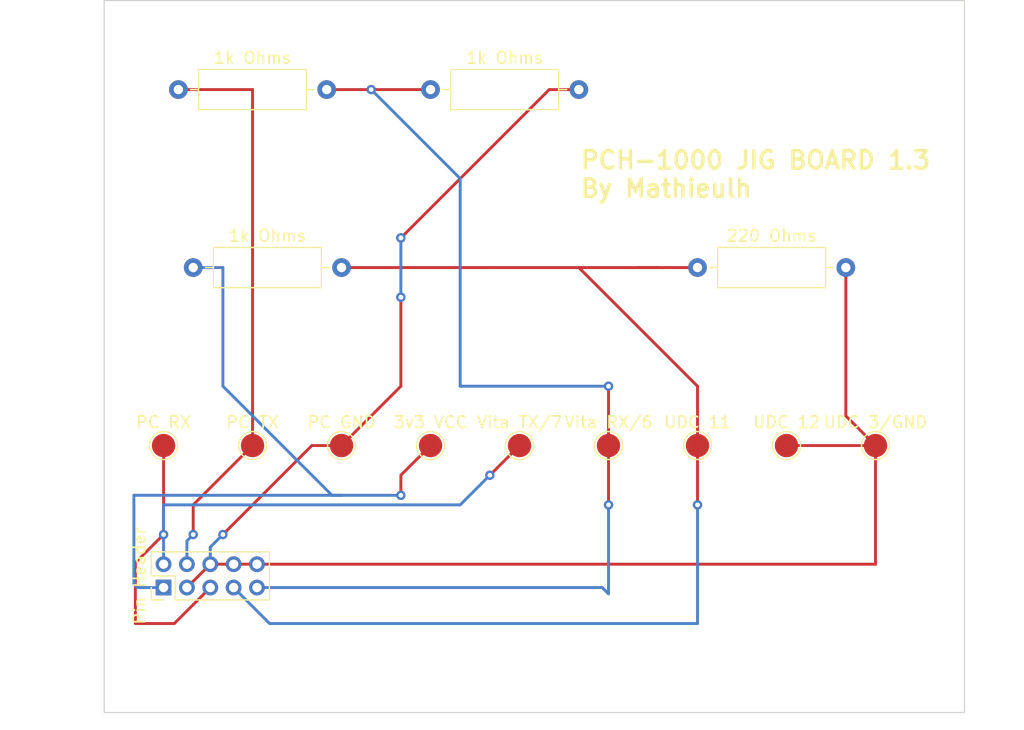
<source format=kicad_pcb>
(kicad_pcb (version 20221018) (generator pcbnew)
  (layers (0 "F.Cu" signal) (31 "B.Cu" signal) (34 "B.Paste" user) (35 "F.Paste" user) (36 "B.SilkS" user "B.Silkscreen") (37 "F.SilkS" user "F.Silkscreen") (38 "B.Mask" user) (39 "F.Mask" user) (44 "Edge.Cuts" user))
  (net 0 "")
  (footprint "Resistor_THT:R_Axial_DIN0309_L9.0mm_D3.2mm_P12.70mm_Horizontal" (layer "F.Cu") (at 27.94 36.38)
    (fp_text reference "1k Ohms" (at 6.35 -2.72) (layer "F.SilkS"))
    (fp_text value "R_Axial_DIN0309_L9.0mm_D3.2mm_P12.70mm_Horizontal")
    (fp_line (start 1.04 0) (end 1.73 0) (stroke (width 0.12)) (layer "F.SilkS"))
    (fp_line (start 1.73 -1.72) (end 1.73 1.72) (stroke (width 0.12)) (layer "F.SilkS"))
    (fp_line (start 1.73 1.72) (end 10.97 1.72) (stroke (width 0.12)) (layer "F.SilkS"))
    (fp_line (start 10.97 -1.72) (end 1.73 -1.72) (stroke (width 0.12)) (layer "F.SilkS"))
    (fp_line (start 10.97 1.72) (end 10.97 -1.72) (stroke (width 0.12)) (layer "F.SilkS"))
    (fp_line (start 11.66 0) (end 10.97 0) (stroke (width 0.12)) (layer "F.SilkS"))
    (pad "1" thru_hole circle (at 0 0) (size 1.6 1.6) (drill 0.8) (layers "*.Cu" "*.Mask"))
    (pad "2" thru_hole oval (at 12.7 0) (size 1.6 1.6) (drill 0.8) (layers "*.Cu" "*.Mask"))
  )
  (footprint "Connector_PinHeader_2.00mm:PinHeader_2x05_P2.00mm_Vertical" (layer "F.Cu") (at 25.4 63.78 90)
    (fp_text reference "Pin Header" (at 1 -2.06 90) (layer "F.SilkS"))
    (fp_text value "PinHeader_2x05_P2.00mm_Vertical")
    (fp_line (start -1.06 -1.06) (end 0 -1.06) (stroke (width 0.12)) (layer "F.SilkS"))
    (fp_line (start -1.06 0) (end -1.06 -1.06) (stroke (width 0.12)) (layer "F.SilkS"))
    (fp_line (start -1.06 1) (end -1.06 9.06) (stroke (width 0.12)) (layer "F.SilkS"))
    (fp_line (start -1.06 1) (end 1 1) (stroke (width 0.12)) (layer "F.SilkS"))
    (fp_line (start -1.06 9.06) (end 3.06 9.06) (stroke (width 0.12)) (layer "F.SilkS"))
    (fp_line (start 1 -1.06) (end 3.06 -1.06) (stroke (width 0.12)) (layer "F.SilkS"))
    (fp_line (start 1 1) (end 1 -1.06) (stroke (width 0.12)) (layer "F.SilkS"))
    (fp_line (start 3.06 -1.06) (end 3.06 9.06) (stroke (width 0.12)) (layer "F.SilkS"))
    (pad "1" thru_hole rect (at 0 0 90) (size 1.35 1.35) (drill 0.8) (layers "*.Cu" "*.Mask"))
    (pad "2" thru_hole oval (at 2 0 90) (size 1.35 1.35) (drill 0.8) (layers "*.Cu" "*.Mask"))
    (pad "3" thru_hole oval (at 0 2 90) (size 1.35 1.35) (drill 0.8) (layers "*.Cu" "*.Mask"))
    (pad "4" thru_hole oval (at 2 2 90) (size 1.35 1.35) (drill 0.8) (layers "*.Cu" "*.Mask"))
    (pad "5" thru_hole oval (at 0 4 90) (size 1.35 1.35) (drill 0.8) (layers "*.Cu" "*.Mask"))
    (pad "6" thru_hole oval (at 2 4 90) (size 1.35 1.35) (drill 0.8) (layers "*.Cu" "*.Mask"))
    (pad "7" thru_hole oval (at 0 6 90) (size 1.35 1.35) (drill 0.8) (layers "*.Cu" "*.Mask"))
    (pad "8" thru_hole oval (at 2 6 90) (size 1.35 1.35) (drill 0.8) (layers "*.Cu" "*.Mask"))
    (pad "9" thru_hole oval (at 0 8 90) (size 1.35 1.35) (drill 0.8) (layers "*.Cu" "*.Mask"))
    (pad "10" thru_hole oval (at 2 8 90) (size 1.35 1.35) (drill 0.8) (layers "*.Cu" "*.Mask"))
  )
  (footprint "Resistor_THT:R_Axial_DIN0309_L9.0mm_D3.2mm_P12.70mm_Horizontal" (layer "F.Cu") (at 26.67 21.14)
    (fp_text reference "1k Ohms" (at 6.35 -2.72) (layer "F.SilkS"))
    (fp_text value "R_Axial_DIN0309_L9.0mm_D3.2mm_P12.70mm_Horizontal")
    (fp_line (start 1.04 0) (end 1.73 0) (stroke (width 0.12)) (layer "F.SilkS"))
    (fp_line (start 1.73 -1.72) (end 1.73 1.72) (stroke (width 0.12)) (layer "F.SilkS"))
    (fp_line (start 1.73 1.72) (end 10.97 1.72) (stroke (width 0.12)) (layer "F.SilkS"))
    (fp_line (start 10.97 -1.72) (end 1.73 -1.72) (stroke (width 0.12)) (layer "F.SilkS"))
    (fp_line (start 10.97 1.72) (end 10.97 -1.72) (stroke (width 0.12)) (layer "F.SilkS"))
    (fp_line (start 11.66 0) (end 10.97 0) (stroke (width 0.12)) (layer "F.SilkS"))
    (pad "1" thru_hole circle (at 0 0) (size 1.6 1.6) (drill 0.8) (layers "*.Cu" "*.Mask"))
    (pad "2" thru_hole oval (at 12.7 0) (size 1.6 1.6) (drill 0.8) (layers "*.Cu" "*.Mask"))
  )
  (footprint "TestPoint:TestPoint_Pad_D2.0mm" (layer "F.Cu") (at 55.88 51.62)
    (fp_text reference "Vita TX/7" (at 0 -1.998) (layer "F.SilkS"))
    (fp_text value "TestPoint_Pad_D2.0mm")
    (fp_circle (center 0 0) (end 0 1.2) (stroke (width 0.12)) (fill none) (layer "F.SilkS"))
    (pad "1" smd circle (at 0 0) (size 2 2) (layers "F.Cu" "F.Mask"))
  )
  (footprint "TestPoint:TestPoint_Pad_D2.0mm" (layer "F.Cu") (at 48.26 51.62)
    (fp_text reference "3v3 VCC" (at 0 -1.998) (layer "F.SilkS"))
    (fp_text value "TestPoint_Pad_D2.0mm")
    (fp_circle (center 0 0) (end 0 1.2) (stroke (width 0.12)) (fill none) (layer "F.SilkS"))
    (pad "1" smd circle (at 0 0) (size 2 2) (layers "F.Cu" "F.Mask"))
  )
  (footprint "TestPoint:TestPoint_Pad_D2.0mm" (layer "F.Cu") (at 25.4 51.62)
    (fp_text reference "PC RX" (at 0 -1.998) (layer "F.SilkS"))
    (fp_text value "TestPoint_Pad_D2.0mm")
    (fp_circle (center 0 0) (end 0 1.2) (stroke (width 0.12)) (fill none) (layer "F.SilkS"))
    (pad "1" smd circle (at 0 0) (size 2 2) (layers "F.Cu" "F.Mask"))
  )
  (footprint "TestPoint:TestPoint_Pad_D2.0mm" (layer "F.Cu") (at 78.74 51.62)
    (fp_text reference "UDC 12" (at 0 -1.998) (layer "F.SilkS"))
    (fp_text value "TestPoint_Pad_D2.0mm")
    (fp_circle (center 0 0) (end 0 1.2) (stroke (width 0.12)) (fill none) (layer "F.SilkS"))
    (pad "1" smd circle (at 0 0) (size 2 2) (layers "F.Cu" "F.Mask"))
  )
  (footprint "TestPoint:TestPoint_Pad_D2.0mm" (layer "F.Cu") (at 86.36 51.62)
    (fp_text reference "UDC 3/GND" (at 0 -1.998) (layer "F.SilkS"))
    (fp_text value "TestPoint_Pad_D2.0mm")
    (fp_circle (center 0 0) (end 0 1.2) (stroke (width 0.12)) (fill none) (layer "F.SilkS"))
    (pad "1" smd circle (at 0 0) (size 2 2) (layers "F.Cu" "F.Mask"))
  )
  (footprint "TestPoint:TestPoint_Pad_D2.0mm" (layer "F.Cu") (at 40.64 51.62)
    (fp_text reference "PC GND" (at 0 -1.998) (layer "F.SilkS"))
    (fp_text value "TestPoint_Pad_D2.0mm")
    (fp_circle (center 0 0) (end 0 1.2) (stroke (width 0.12)) (fill none) (layer "F.SilkS"))
    (pad "1" smd circle (at 0 0) (size 2 2) (layers "F.Cu" "F.Mask"))
  )
  (footprint "Resistor_THT:R_Axial_DIN0309_L9.0mm_D3.2mm_P12.70mm_Horizontal" (layer "F.Cu") (at 48.26 21.14)
    (fp_text reference "1k Ohms" (at 6.35 -2.72) (layer "F.SilkS"))
    (fp_text value "R_Axial_DIN0309_L9.0mm_D3.2mm_P12.70mm_Horizontal")
    (fp_line (start 1.04 0) (end 1.73 0) (stroke (width 0.12)) (layer "F.SilkS"))
    (fp_line (start 1.73 -1.72) (end 1.73 1.72) (stroke (width 0.12)) (layer "F.SilkS"))
    (fp_line (start 1.73 1.72) (end 10.97 1.72) (stroke (width 0.12)) (layer "F.SilkS"))
    (fp_line (start 10.97 -1.72) (end 1.73 -1.72) (stroke (width 0.12)) (layer "F.SilkS"))
    (fp_line (start 10.97 1.72) (end 10.97 -1.72) (stroke (width 0.12)) (layer "F.SilkS"))
    (fp_line (start 11.66 0) (end 10.97 0) (stroke (width 0.12)) (layer "F.SilkS"))
    (pad "1" thru_hole circle (at 0 0) (size 1.6 1.6) (drill 0.8) (layers "*.Cu" "*.Mask"))
    (pad "2" thru_hole oval (at 12.7 0) (size 1.6 1.6) (drill 0.8) (layers "*.Cu" "*.Mask"))
  )
  (footprint "TestPoint:TestPoint_Pad_D2.0mm" (layer "F.Cu") (at 71.12 51.62)
    (fp_text reference "UDC 11" (at 0 -1.998) (layer "F.SilkS"))
    (fp_text value "TestPoint_Pad_D2.0mm")
    (fp_circle (center 0 0) (end 0 1.2) (stroke (width 0.12)) (fill none) (layer "F.SilkS"))
    (pad "1" smd circle (at 0 0) (size 2 2) (layers "F.Cu" "F.Mask"))
  )
  (footprint "TestPoint:TestPoint_Pad_D2.0mm" (layer "F.Cu") (at 33.02 51.62)
    (fp_text reference "PC TX" (at 0 -1.998) (layer "F.SilkS"))
    (fp_text value "TestPoint_Pad_D2.0mm")
    (fp_circle (center 0 0) (end 0 1.2) (stroke (width 0.12)) (fill none) (layer "F.SilkS"))
    (pad "1" smd circle (at 0 0) (size 2 2) (layers "F.Cu" "F.Mask"))
  )
  (footprint "TestPoint:TestPoint_Pad_D2.0mm" (layer "F.Cu") (at 63.5 51.62)
    (fp_text reference "Vita RX/6" (at 0 -1.998) (layer "F.SilkS"))
    (fp_text value "TestPoint_Pad_D2.0mm")
    (fp_circle (center 0 0) (end 0 1.2) (stroke (width 0.12)) (fill none) (layer "F.SilkS"))
    (pad "1" smd circle (at 0 0) (size 2 2) (layers "F.Cu" "F.Mask"))
  )
  (footprint "Resistor_THT:R_Axial_DIN0309_L9.0mm_D3.2mm_P12.70mm_Horizontal" (layer "F.Cu") (at 71.12 36.38)
    (fp_text reference "220 Ohms" (at 6.35 -2.72) (layer "F.SilkS"))
    (fp_text value "R_Axial_DIN0309_L9.0mm_D3.2mm_P12.70mm_Horizontal")
    (fp_line (start 1.04 0) (end 1.73 0) (stroke (width 0.12)) (layer "F.SilkS"))
    (fp_line (start 1.73 -1.72) (end 1.73 1.72) (stroke (width 0.12)) (layer "F.SilkS"))
    (fp_line (start 1.73 1.72) (end 10.97 1.72) (stroke (width 0.12)) (layer "F.SilkS"))
    (fp_line (start 10.97 -1.72) (end 1.73 -1.72) (stroke (width 0.12)) (layer "F.SilkS"))
    (fp_line (start 10.97 1.72) (end 10.97 -1.72) (stroke (width 0.12)) (layer "F.SilkS"))
    (fp_line (start 11.66 0) (end 10.97 0) (stroke (width 0.12)) (layer "F.SilkS"))
    (pad "1" thru_hole circle (at 0 0) (size 1.6 1.6) (drill 0.8) (layers "*.Cu" "*.Mask"))
    (pad "2" thru_hole oval (at 12.7 0) (size 1.6 1.6) (drill 0.8) (layers "*.Cu" "*.Mask"))
  )
  (gr_rect (start 20.32 13.52) (end 93.98 74.48) (stroke (width 0.1)) (fill none) (layer "Edge.Cuts"))
  (gr_text "PCH-1000 JIG BOARD 1.3\nBy Mathieulh" (at 60.96 30.48) (layer "F.SilkS") (effects (font (size 1.5 1.5) (thickness 0.3) bold) (justify left bottom)))
  (segment (start 40.64 51.62) (end 45.72 46.54) (width 0.25) (layer "F.Cu") (net 0))
  (segment (start 58.42 21.14) (end 60.96 21.14) (width 0.25) (layer "F.Cu") (net 0))
  (segment (start 22.985 66.86) (end 26.32 66.86) (width 0.25) (layer "F.Cu") (net 0))
  (segment (start 25.4 56.7) (end 25.4 51.62) (width 0.25) (layer "F.Cu") (net 0))
  (segment (start 83.82 49.08) (end 86.36 51.62) (width 0.25) (layer "F.Cu") (net 0))
  (segment (start 27.94 56.7) (end 33.02 51.62) (width 0.25) (layer "F.Cu") (net 0))
  (segment (start 33.4 61.78) (end 31.4 61.78) (width 0.25) (layer "F.Cu") (net 0))
  (segment (start 43.18 21.14) (end 48.26 21.14) (width 0.25) (layer "F.Cu") (net 0))
  (segment (start 45.72 46.54) (end 45.72 38.92) (width 0.25) (layer "F.Cu") (net 0))
  (segment (start 45.72 55.88) (end 45.72 54.16) (width 0.25) (layer "F.Cu") (net 0))
  (segment (start 60.96 36.38) (end 67.76 36.38) (width 0.25) (layer "F.Cu") (net 0))
  (segment (start 25.4 59.24) (end 22.985 61.655) (width 0.25) (layer "F.Cu") (net 0))
  (segment (start 45.72 54.16) (end 48.26 51.62) (width 0.25) (layer "F.Cu") (net 0))
  (segment (start 45.72 33.84) (end 58.42 21.14) (width 0.25) (layer "F.Cu") (net 0))
  (segment (start 27.94 59.24) (end 27.94 56.7) (width 0.25) (layer "F.Cu") (net 0))
  (segment (start 22.985 61.655) (end 22.985 66.86) (width 0.25) (layer "F.Cu") (net 0))
  (segment (start 43.18 21.14) (end 39.37 21.14) (width 0.25) (layer "F.Cu") (net 0))
  (segment (start 38.1 51.62) (end 40.64 51.62) (width 0.25) (layer "F.Cu") (net 0))
  (segment (start 25.4 59.24) (end 25.4 56.7) (width 0.25) (layer "F.Cu") (net 0))
  (segment (start 78.74 51.62) (end 86.36 51.62) (width 0.25) (layer "F.Cu") (net 0))
  (segment (start 71.12 36.38) (end 68.58 36.38) (width 0.25) (layer "F.Cu") (net 0))
  (segment (start 53.34 54.16) (end 55.88 51.62) (width 0.25) (layer "F.Cu") (net 0))
  (segment (start 26.32 66.86) (end 29.4 63.78) (width 0.25) (layer "F.Cu") (net 0))
  (segment (start 40.64 36.38) (end 53.34 36.38) (width 0.25) (layer "F.Cu") (net 0))
  (segment (start 86.36 61.78) (end 33.4 61.78) (width 0.25) (layer "F.Cu") (net 0))
  (segment (start 27.4 63.78) (end 29.4 61.78) (width 0.25) (layer "F.Cu") (net 0))
  (segment (start 53.34 36.38) (end 60.96 36.38) (width 0.25) (layer "F.Cu") (net 0))
  (segment (start 66.04 36.38) (end 68.58 36.38) (width 0.25) (layer "F.Cu") (net 0))
  (segment (start 83.82 36.38) (end 83.82 49.08) (width 0.25) (layer "F.Cu") (net 0))
  (segment (start 63.5 56.7) (end 63.5 51.62) (width 0.25) (layer "F.Cu") (net 0))
  (segment (start 71.12 51.62) (end 71.12 46.54) (width 0.25) (layer "F.Cu") (net 0))
  (segment (start 63.5 46.54) (end 63.5 51.62) (width 0.25) (layer "F.Cu") (net 0))
  (segment (start 71.12 56.7) (end 71.12 51.62) (width 0.25) (layer "F.Cu") (net 0))
  (segment (start 71.12 46.54) (end 60.96 36.38) (width 0.25) (layer "F.Cu") (net 0))
  (segment (start 33.02 51.62) (end 33.02 21.14) (width 0.25) (layer "F.Cu") (net 0))
  (segment (start 33.02 21.14) (end 26.67 21.14) (width 0.25) (layer "F.Cu") (net 0))
  (segment (start 86.36 51.62) (end 86.36 61.78) (width 0.25) (layer "F.Cu") (net 0))
  (segment (start 30.48 59.24) (end 38.1 51.62) (width 0.25) (layer "F.Cu") (net 0))
  (segment (start 31.4 61.78) (end 29.4 61.78) (width 0.25) (layer "F.Cu") (net 0))
  (via (at 71.12 56.7) (size 0.8) (drill 0.4) (layers "F.Cu" "B.Cu") (net 0))
  (via (at 25.4 59.24) (size 0.8) (drill 0.4) (layers "F.Cu" "B.Cu") (net 0))
  (via (at 30.48 59.24) (size 0.8) (drill 0.4) (layers "F.Cu" "B.Cu") (net 0))
  (via (at 45.72 33.84) (size 0.8) (drill 0.4) (layers "F.Cu" "B.Cu") (net 0))
  (via (at 45.72 33.84) (size 0.8) (drill 0.4) (layers "F.Cu" "B.Cu") (net 0))
  (via (at 63.5 46.54) (size 0.8) (drill 0.4) (layers "F.Cu" "B.Cu") (net 0))
  (via (at 53.34 54.16) (size 0.8) (drill 0.4) (layers "F.Cu" "B.Cu") (net 0))
  (via (at 43.18 21.14) (size 0.8) (drill 0.4) (layers "F.Cu" "B.Cu") (net 0))
  (via (at 63.5 56.7) (size 0.8) (drill 0.4) (layers "F.Cu" "B.Cu") (net 0))
  (via (at 45.72 38.92) (size 0.8) (drill 0.4) (layers "F.Cu" "B.Cu") (net 0))
  (via (at 45.72 38.92) (size 0.8) (drill 0.4) (layers "F.Cu" "B.Cu") (net 0))
  (via (at 27.94 59.24) (size 0.8) (drill 0.4) (layers "F.Cu" "B.Cu") (net 0))
  (via (at 45.72 55.88) (size 0.8) (drill 0.4) (layers "F.Cu" "B.Cu") (net 0))
  (segment (start 27.94 36.38) (end 30.48 36.38) (width 0.25) (layer "B.Cu") (net 0))
  (segment (start 50.8 46.54) (end 63.5 46.54) (width 0.25) (layer "B.Cu") (net 0))
  (segment (start 40.64 55.88) (end 45.72 55.88) (width 0.25) (layer "B.Cu") (net 0))
  (segment (start 25.4 59.24) (end 25.4 56.7) (width 0.25) (layer "B.Cu") (net 0))
  (segment (start 30.48 46.54) (end 39.82 55.88) (width 0.25) (layer "B.Cu") (net 0))
  (segment (start 29.4 60.32) (end 29.4 61.78) (width 0.25) (layer "B.Cu") (net 0))
  (segment (start 63.5 64.32) (end 63.5 56.7) (width 0.25) (layer "B.Cu") (net 0))
  (segment (start 22.86 55.88) (end 40.64 55.88) (width 0.25) (layer "B.Cu") (net 0))
  (segment (start 25.4 63.78) (end 23.14 63.78) (width 0.25) (layer "B.Cu") (net 0))
  (segment (start 50.8 56.7) (end 53.34 54.16) (width 0.25) (layer "B.Cu") (net 0))
  (segment (start 71.12 66.86) (end 71.12 56.7) (width 0.25) (layer "B.Cu") (net 0))
  (segment (start 25.4 59.24) (end 25.4 61.78) (width 0.25) (layer "B.Cu") (net 0))
  (segment (start 23.14 63.78) (end 22.86 63.5) (width 0.25) (layer "B.Cu") (net 0))
  (segment (start 34.48 66.86) (end 31.4 63.78) (width 0.25) (layer "B.Cu") (net 0))
  (segment (start 50.8 28.76) (end 50.8 46.54) (width 0.25) (layer "B.Cu") (net 0))
  (segment (start 27.4 59.78) (end 27.4 61.78) (width 0.25) (layer "B.Cu") (net 0))
  (segment (start 22.86 63.5) (end 22.86 55.88) (width 0.25) (layer "B.Cu") (net 0))
  (segment (start 62.96 63.78) (end 33.4 63.78) (width 0.25) (layer "B.Cu") (net 0))
  (segment (start 71.12 66.86) (end 34.48 66.86) (width 0.25) (layer "B.Cu") (net 0))
  (segment (start 25.4 56.7) (end 50.8 56.7) (width 0.25) (layer "B.Cu") (net 0))
  (segment (start 30.48 36.38) (end 30.48 46.54) (width 0.25) (layer "B.Cu") (net 0))
  (segment (start 39.82 55.88) (end 40.64 55.88) (width 0.25) (layer "B.Cu") (net 0))
  (segment (start 27.94 59.24) (end 27.4 59.78) (width 0.25) (layer "B.Cu") (net 0))
  (segment (start 45.72 38.92) (end 45.72 33.84) (width 0.25) (layer "B.Cu") (net 0))
  (segment (start 30.48 59.24) (end 29.4 60.32) (width 0.25) (layer "B.Cu") (net 0))
  (segment (start 62.96 63.78) (end 63.5 64.32) (width 0.25) (layer "B.Cu") (net 0))
  (segment (start 43.18 21.14) (end 50.8 28.76) (width 0.25) (layer "B.Cu") (net 0))
)
</source>
